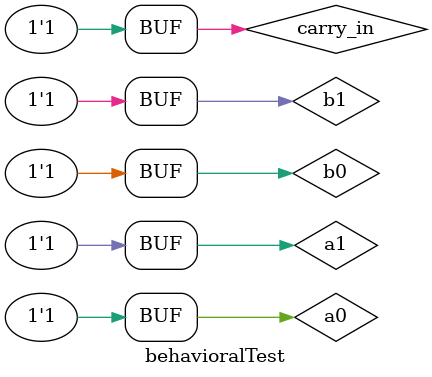
<source format=v>
`timescale 1ns / 1ps


module behavioralTest;

	// Inputs
	reg carry_in;
	reg a0;
	reg b0;
	reg a1;
	reg b1;

	// Outputs
	wire sum0;
	wire sum1;
	wire carry_out;

	// Instantiate the Unit Under Test (UUT)
	BitAdder uut (
		.carry_in(carry_in), 
		.a0(a0), 
		.b0(b0), 
		.a1(a1), 
		.b1(b1), 
		.sum0(sum0), 
		.sum1(sum1), 
		.carry_out(carry_out)
	);

	initial begin
		/// Initialize Inputs
		a1 = 0;
		a0 = 0;
		b1 = 0;
		b0 = 0;
		carry_in = 0;
		#10;
		//00000
		a1 <= 1'b0;
		b1 <= 1'b0;
		a0 <= 1'b0;
		b0 <= 1'b0;
		carry_in <= 1'b0;
		#10;
		//00001
		a1 <= 1'b0;
		b1 <= 1'b0;
		a0 <= 1'b0;
		b0 <= 1'b0;
		carry_in <= 1'b1;
		#10;
		//00010
		a1 <= 1'b0;
		b1 <= 1'b0;
		a0 <= 1'b0;
		b0 <= 1'b1;
		carry_in <= 1'b0;
		#10;
		//00011
		a1 <= 1'b0;
		b1 <= 1'b0;
		a0 <= 1'b0;
		b0 <= 1'b1;
		carry_in <= 1'b1;
		#10;
		//00100
		a1 <= 1'b0;
		b1 <= 1'b0;
		a0 <= 1'b1;
		b0 <= 1'b0;
		carry_in <= 1'b0;
		#10;
		//00101
		a1 <= 1'b0;
		b1 <= 1'b0;
		a0 <= 1'b1;
		b0 <= 1'b0;
		carry_in <= 1'b1;
		#10;
		//00110
		a1 <= 1'b0;
		b1 <= 1'b0;
		a0 <= 1'b1;
		b0 <= 1'b1;
		carry_in <= 1'b0;
		#10;
		//00111
		a1 <= 1'b0;
		b1 <= 1'b0;
		a0 <= 1'b1;
		b0 <= 1'b1;
		carry_in <= 1'b1;
		#10;
		//01000
		a1 <= 1'b0;
		b1 <= 1'b1;
		a0 <= 1'b0;
		b0 <= 1'b0;
		carry_in <= 1'b0;
		#10;
		//01001
		a1 <= 1'b0;
		b1 <= 1'b1;
		a0 <= 1'b0;
		b0 <= 1'b0;
		carry_in <= 1'b1;
		#10;
		//01010
		a1 <= 1'b0;
		b1 <= 1'b1;
		a0 <= 1'b0;
		b0 <= 1'b1;
		carry_in <= 1'b0;
		#10;
		//01011
		a1 <= 1'b0;
		b1 <= 1'b1;
		a0 <= 1'b0;
		b0 <= 1'b1;
		carry_in <= 1'b1;
		#10;
		//01100
		a1 <= 1'b0;
		b1 <= 1'b1;
		a0 <= 1'b1;
		b0 <= 1'b0;
		carry_in <= 1'b0;
		#10;
		//01101
		a1 <= 1'b0;
		b1 <= 1'b1;
		a0 <= 1'b1;
		b0 <= 1'b0;
		carry_in <= 1'b1;
		#10;
		//01110
		a1 <= 1'b0;
		b1 <= 1'b1;
		a0 <= 1'b1;
		b0 <= 1'b1;
		carry_in <= 1'b0;
		#10;
		//01111
		a1 <= 1'b0;
		b1 <= 1'b1;
		a0 <= 1'b1;
		b0 <= 1'b1;
		carry_in <= 1'b1;
		#10;
		//10000
		a1 <= 1'b1;
		b1 <= 1'b0;
		a0 <= 1'b0;
		b0 <= 1'b0;
		carry_in <= 1'b0;
		#10;
		//10001
		a1 <= 1'b1;
		b1 <= 1'b0;
		a0 <= 1'b0;
		b0 <= 1'b0;
		carry_in <= 1'b1;
		#10;
		//10010
		a1 <= 1'b1;
		b1 <= 1'b0;
		a0 <= 1'b0;
		b0 <= 1'b1;
		carry_in <= 1'b0;
		#10;
		//10011
		a1 <= 1'b1;
		b1 <= 1'b0;
		a0 <= 1'b0;
		b0 <= 1'b1;
		carry_in <= 1'b1;
		#10;
		//10100
		a1 <= 1'b1;
		b1 <= 1'b0;
		a0 <= 1'b1;
		b0 <= 1'b0;
		carry_in <= 1'b0;
		#10;
		//10101
		a1 <= 1'b1;
		b1 <= 1'b0;
		a0 <= 1'b1;
		b0 <= 1'b0;
		carry_in <= 1'b1;
		#10;
		//10110
		a1 <= 1'b1;
		b1 <= 1'b0;
		a0 <= 1'b1;
		b0 <= 1'b1;
		carry_in <= 1'b0;
		#10;
		//10111
		a1 <= 1'b1;
		b1 <= 1'b0;
		a0 <= 1'b1;
		b0 <= 1'b1;
		carry_in <= 1'b1;
		#10;
		//11000
		a1 <= 1'b1;
		b1 <= 1'b1;
		a0 <= 1'b0;
		b0 <= 1'b0;
		carry_in <= 1'b0;
		#10;
		//11001
		a1 <= 1'b1;
		b1 <= 1'b1;
		a0 <= 1'b0;
		b0 <= 1'b0;
		carry_in <= 1'b1;
		#10;
		//11010
		a1 <= 1'b1;
		b1 <= 1'b1;
		a0 <= 1'b0;
		b0 <= 1'b1;
		carry_in <= 1'b0;
		#10;
		//11011
		a1 <= 1'b1;
		b1 <= 1'b1;
		a0 <= 1'b0;
		b0 <= 1'b1;
		carry_in <= 1'b1;
		#10;
		//11100
		a1 <= 1'b1;
		b1 <= 1'b1;
		a0 <= 1'b1;
		b0 <= 1'b0;
		carry_in <= 1'b0;
		#10;
		//11101
		a1 <= 1'b1;
		b1 <= 1'b1;
		a0 <= 1'b1;
		b0 <= 1'b0;
		carry_in <= 1'b1;
		#10;
		//11110
		a1 <= 1'b1;
		b1 <= 1'b1;
		a0 <= 1'b1;
		b0 <= 1'b1;
		carry_in <= 1'b0;
		#10;
		//11111
		a1 <= 1'b1;
		b1 <= 1'b1;
		a0 <= 1'b1;
		b0 <= 1'b1;
		carry_in <= 1'b1;
		#10;

	end
      
endmodule


</source>
